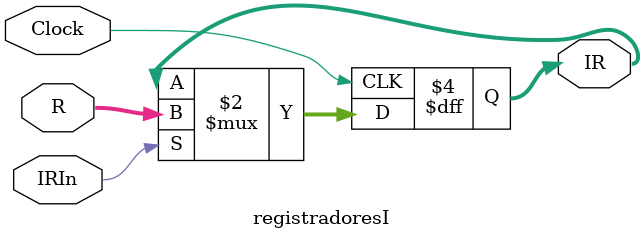
<source format=v>
/*
MODULO REGISTRADORES I - Registradores de Instrucao
*/

//INICIO DO MODULO registradoresI
module registradoresI(R,IRIn,Clock,IR);						
	parameter n = 10;
	input [n-1:0]R;
	input IRIn,Clock;
	output reg [n-1:0]IR;
	
	always @(posedge Clock) begin
		if(IRIn)
			IR <= R;
	end
	
//FIM DO MODULO registradoresI		
endmodule
</source>
